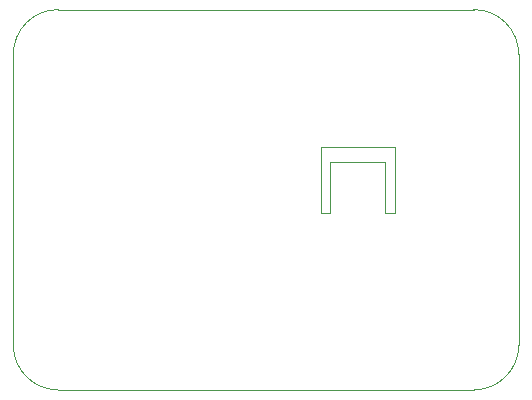
<source format=gbr>
%TF.GenerationSoftware,KiCad,Pcbnew,7.0.9*%
%TF.CreationDate,2024-04-09T01:08:52-04:00*%
%TF.ProjectId,WIRED_SHT40_revA3,57495245-445f-4534-9854-34305f726576,revA3*%
%TF.SameCoordinates,Original*%
%TF.FileFunction,Profile,NP*%
%FSLAX46Y46*%
G04 Gerber Fmt 4.6, Leading zero omitted, Abs format (unit mm)*
G04 Created by KiCad (PCBNEW 7.0.9) date 2024-04-09 01:08:52*
%MOMM*%
%LPD*%
G01*
G04 APERTURE LIST*
%TA.AperFunction,Profile*%
%ADD10C,0.100000*%
%TD*%
G04 APERTURE END LIST*
D10*
X163600000Y-79800000D02*
X128400000Y-79800000D01*
X150622000Y-97028000D02*
X151399000Y-97028000D01*
X124600000Y-108200000D02*
G75*
G03*
X128400000Y-112000000I3800000J0D01*
G01*
X163600000Y-112000000D02*
G75*
G03*
X167400000Y-108200000I0J3800000D01*
G01*
X151399000Y-97028000D02*
X151401000Y-92700000D01*
X156100000Y-97019000D02*
X156900000Y-97028000D01*
X156100000Y-92701000D02*
X156100000Y-97019000D01*
X151401000Y-92700000D02*
X156100000Y-92701000D01*
X128400000Y-79800000D02*
G75*
G03*
X124600000Y-83600000I0J-3800000D01*
G01*
X128400000Y-112000000D02*
X163600000Y-112000000D01*
X124600000Y-83600000D02*
X124600000Y-108200000D01*
X167400000Y-83600000D02*
G75*
G03*
X163600000Y-79800000I-3800000J0D01*
G01*
X156900000Y-97028000D02*
X156900000Y-91440000D01*
X167400000Y-83600000D02*
X167400000Y-108200000D01*
X156900000Y-91440000D02*
X150622000Y-91440000D01*
X150622000Y-91440000D02*
X150622000Y-97028000D01*
M02*

</source>
